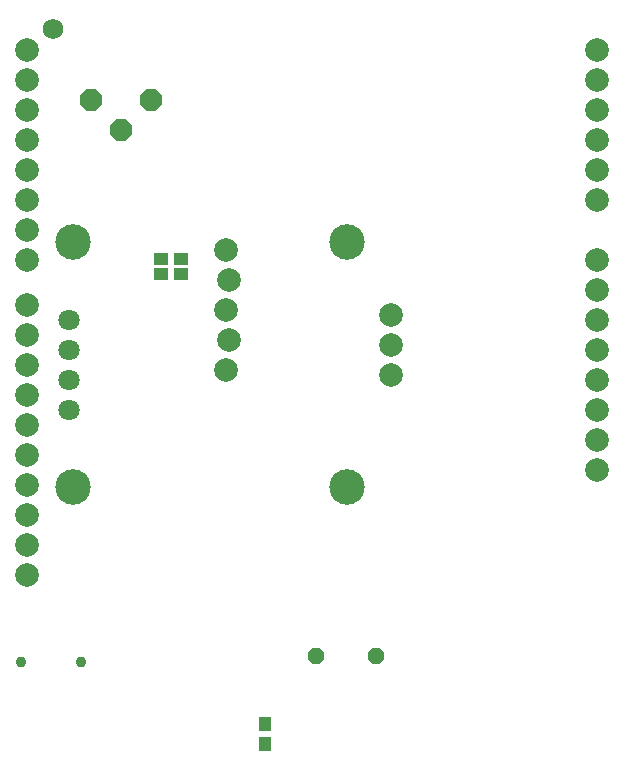
<source format=gbs>
G75*
%MOIN*%
%OFA0B0*%
%FSLAX25Y25*%
%IPPOS*%
%LPD*%
%AMOC8*
5,1,8,0,0,1.08239X$1,22.5*
%
%ADD10C,0.07100*%
%ADD11C,0.11839*%
%ADD12OC8,0.07100*%
%ADD13C,0.07900*%
%ADD14OC8,0.05300*%
%ADD15C,0.03672*%
%ADD16R,0.04831X0.04437*%
%ADD17R,0.04437X0.04831*%
%ADD18C,0.06800*%
D10*
X0058364Y0158212D03*
X0058364Y0168212D03*
X0058364Y0178212D03*
X0058364Y0188212D03*
D11*
X0059742Y0214117D03*
X0059742Y0132621D03*
X0151081Y0132621D03*
X0151081Y0214117D03*
D12*
X0085609Y0261519D03*
X0075609Y0251519D03*
X0065609Y0261519D03*
D13*
X0044152Y0258369D03*
X0044152Y0248369D03*
X0044152Y0238369D03*
X0044152Y0228369D03*
X0044152Y0218369D03*
X0044152Y0208369D03*
X0044152Y0193369D03*
X0044152Y0183369D03*
X0044152Y0173369D03*
X0044152Y0163369D03*
X0044152Y0153369D03*
X0044152Y0143369D03*
X0044152Y0133369D03*
X0044152Y0123369D03*
X0044152Y0113369D03*
X0044152Y0103369D03*
X0110463Y0171440D03*
X0111463Y0181440D03*
X0110463Y0191440D03*
X0111463Y0201440D03*
X0110463Y0211440D03*
X0165636Y0189888D03*
X0165636Y0179888D03*
X0165636Y0169888D03*
X0234152Y0168369D03*
X0234152Y0158369D03*
X0234152Y0148369D03*
X0234152Y0138369D03*
X0234152Y0178369D03*
X0234152Y0188369D03*
X0234152Y0198369D03*
X0234152Y0208369D03*
X0234152Y0228369D03*
X0234152Y0238369D03*
X0234152Y0248369D03*
X0234152Y0258369D03*
X0234152Y0268369D03*
X0234152Y0278369D03*
X0044152Y0278369D03*
X0044152Y0268369D03*
D14*
X0140523Y0076100D03*
X0160523Y0076100D03*
D15*
X0042223Y0074196D03*
X0062301Y0074196D03*
D16*
X0088924Y0203630D03*
X0088924Y0208430D03*
X0095616Y0208430D03*
X0095616Y0203630D03*
D17*
X0123690Y0053426D03*
X0123690Y0046734D03*
D18*
X0053050Y0285350D03*
M02*

</source>
